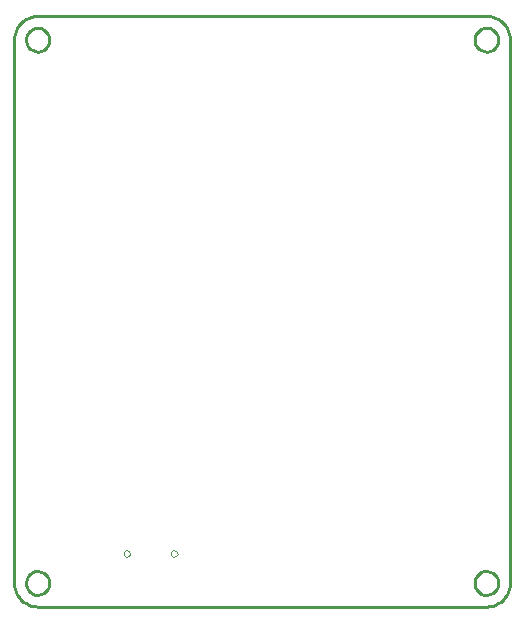
<source format=gm1>
G04*
G04 #@! TF.GenerationSoftware,Altium Limited,Altium Designer,22.11.1 (43)*
G04*
G04 Layer_Color=16711935*
%FSLAX25Y25*%
%MOIN*%
G70*
G04*
G04 #@! TF.SameCoordinates,76B60832-644B-4AE7-BD70-8BB73C9281A9*
G04*
G04*
G04 #@! TF.FilePolarity,Positive*
G04*
G01*
G75*
%ADD11C,0.01000*%
%ADD89C,0.00020*%
D11*
X11811Y188976D02*
X11687Y189955D01*
X11324Y190873D01*
X10744Y191672D01*
X9984Y192300D01*
X9091Y192721D01*
X8121Y192906D01*
X7136Y192844D01*
X6198Y192539D01*
X5364Y192010D01*
X4689Y191290D01*
X4214Y190426D01*
X3968Y189470D01*
Y188483D01*
X4214Y187527D01*
X4689Y186662D01*
X5364Y185943D01*
X6198Y185414D01*
X7136Y185109D01*
X8121Y185047D01*
X9091Y185232D01*
X9984Y185652D01*
X10744Y186281D01*
X11324Y187080D01*
X11687Y187997D01*
X11811Y188976D01*
X161417Y188976D02*
X161294Y189955D01*
X160930Y190873D01*
X160350Y191672D01*
X159590Y192300D01*
X158697Y192721D01*
X157728Y192906D01*
X156743Y192844D01*
X155804Y192539D01*
X154971Y192010D01*
X154295Y191290D01*
X153820Y190426D01*
X153574Y189470D01*
Y188483D01*
X153820Y187527D01*
X154295Y186662D01*
X154971Y185943D01*
X155804Y185414D01*
X156743Y185109D01*
X157728Y185047D01*
X158697Y185232D01*
X159590Y185652D01*
X160350Y186281D01*
X160930Y187080D01*
X161294Y187997D01*
X161417Y188976D01*
Y7874D02*
X161294Y8853D01*
X160930Y9771D01*
X160350Y10569D01*
X159590Y11198D01*
X158697Y11618D01*
X157728Y11803D01*
X156743Y11741D01*
X155804Y11436D01*
X154971Y10908D01*
X154295Y10188D01*
X153820Y9323D01*
X153574Y8367D01*
Y7381D01*
X153820Y6425D01*
X154295Y5560D01*
X154971Y4840D01*
X155804Y4312D01*
X156743Y4007D01*
X157728Y3945D01*
X158697Y4130D01*
X159590Y4550D01*
X160350Y5179D01*
X160930Y5977D01*
X161294Y6895D01*
X161417Y7874D01*
X11811Y7874D02*
X11687Y8853D01*
X11324Y9771D01*
X10744Y10569D01*
X9984Y11198D01*
X9091Y11618D01*
X8121Y11803D01*
X7136Y11741D01*
X6198Y11436D01*
X5364Y10908D01*
X4689Y10188D01*
X4214Y9323D01*
X3968Y8367D01*
Y7381D01*
X4214Y6425D01*
X4689Y5560D01*
X5364Y4840D01*
X6198Y4312D01*
X7136Y4007D01*
X8121Y3945D01*
X9091Y4130D01*
X9984Y4550D01*
X10744Y5179D01*
X11324Y5977D01*
X11687Y6895D01*
X11811Y7874D01*
X0Y7874D02*
X67Y6846D01*
X268Y5836D01*
X599Y4861D01*
X1055Y3937D01*
X1627Y3081D01*
X2306Y2306D01*
X3081Y1627D01*
X3937Y1055D01*
X4861Y599D01*
X5836Y268D01*
X6846Y67D01*
X7874Y0D01*
X157480D02*
X158508Y67D01*
X159518Y268D01*
X160494Y599D01*
X161417Y1055D01*
X162274Y1627D01*
X163048Y2306D01*
X163727Y3081D01*
X164299Y3937D01*
X164755Y4861D01*
X165086Y5836D01*
X165287Y6846D01*
X165354Y7874D01*
Y188976D02*
X165287Y190004D01*
X165086Y191014D01*
X164755Y191990D01*
X164299Y192913D01*
X163727Y193770D01*
X163048Y194544D01*
X162274Y195223D01*
X161417Y195796D01*
X160494Y196251D01*
X159518Y196582D01*
X158508Y196783D01*
X157480Y196850D01*
X7874D02*
X6846Y196783D01*
X5836Y196582D01*
X4861Y196251D01*
X3937Y195796D01*
X3081Y195223D01*
X2306Y194544D01*
X1627Y193770D01*
X1055Y192913D01*
X599Y191990D01*
X268Y191014D01*
X67Y190004D01*
X0Y188976D01*
Y7874D02*
Y188976D01*
X7874Y196850D02*
X157480D01*
X165354Y7874D02*
Y188976D01*
X7874Y0D02*
X157480D01*
D89*
X38807Y17673D02*
X38362Y18597D01*
X37363Y18825D01*
X36562Y18186D01*
Y17161D01*
X37363Y16522D01*
X38362Y16750D01*
X38807Y17673D01*
X54555D02*
X54110Y18597D01*
X53111Y18825D01*
X52310Y18186D01*
Y17161D01*
X53111Y16522D01*
X54110Y16750D01*
X54555Y17673D01*
M02*

</source>
